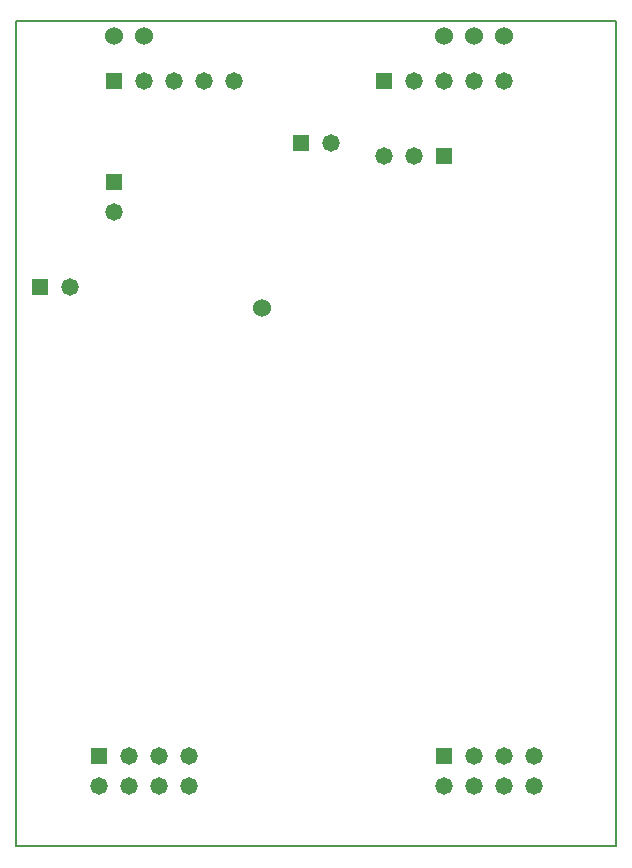
<source format=gbs>
G04 ================== begin FILE IDENTIFICATION RECORD ==================*
G04 Layout Name:  touchcontroller.brd*
G04 Film Name:    DJJW_SMBOT*
G04 File Format:  Gerber RS274X*
G04 File Origin:  Cadence Allegro -unreleased*
G04 Origin Date:  Sun Feb 16 15:49:09 2020*
G04 *
G04 Layer:  PIN/SOLDERMASK_BOTTOM*
G04 Layer:  BOARD GEOMETRY/DESIGN_OUTLINE*
G04 Layer:  BOARD GEOMETRY/CUTOUT*
G04 *
G04 Offset:    (0.00 0.00)*
G04 Mirror:    No*
G04 Mode:      Positive*
G04 Rotation:  0*
G04 FullContactRelief:  No*
G04 UndefLineWidth:     7.00*
G04 ================== end FILE IDENTIFICATION RECORD ====================*
%FSLAX25Y25*MOIN*%
%IR0*IPPOS*OFA0.00000B0.00000*MIA0B0*SFA1.00000B1.00000*%
%ADD12C,.06*%
%ADD11C,.058*%
%ADD10R,.058X.058*%
%ADD13C,.007*%
G75*
%LPD*%
G75*
G54D10*
X598000Y884000D03*
X617500Y727500D03*
X622500Y919000D03*
Y952500D03*
X685000Y932000D03*
X712500Y952500D03*
X732500Y727500D03*
Y927500D03*
G54D11*
X617500Y717500D03*
X627500D03*
Y727500D03*
X608000Y884000D03*
X622500Y909000D03*
X632500Y952500D03*
X637500Y717500D03*
X647500D03*
X637500Y727500D03*
X647500D03*
X642500Y952500D03*
X652500D03*
X662500D03*
X695000Y932000D03*
X722500Y927500D03*
X712500D03*
X722500Y952500D03*
X732500Y717500D03*
X742500D03*
X752500D03*
X742500Y727500D03*
X752500D03*
X732500Y952500D03*
X742500D03*
X752500D03*
X762500Y717500D03*
Y727500D03*
G54D12*
X622500Y967500D03*
X632500D03*
X672000Y877000D03*
X742500Y967500D03*
X752500D03*
X732500D03*
G54D13*
G01X590000Y697500D02*
Y972500D01*
X790000D01*
Y697500D01*
X590000D01*
M02*

</source>
